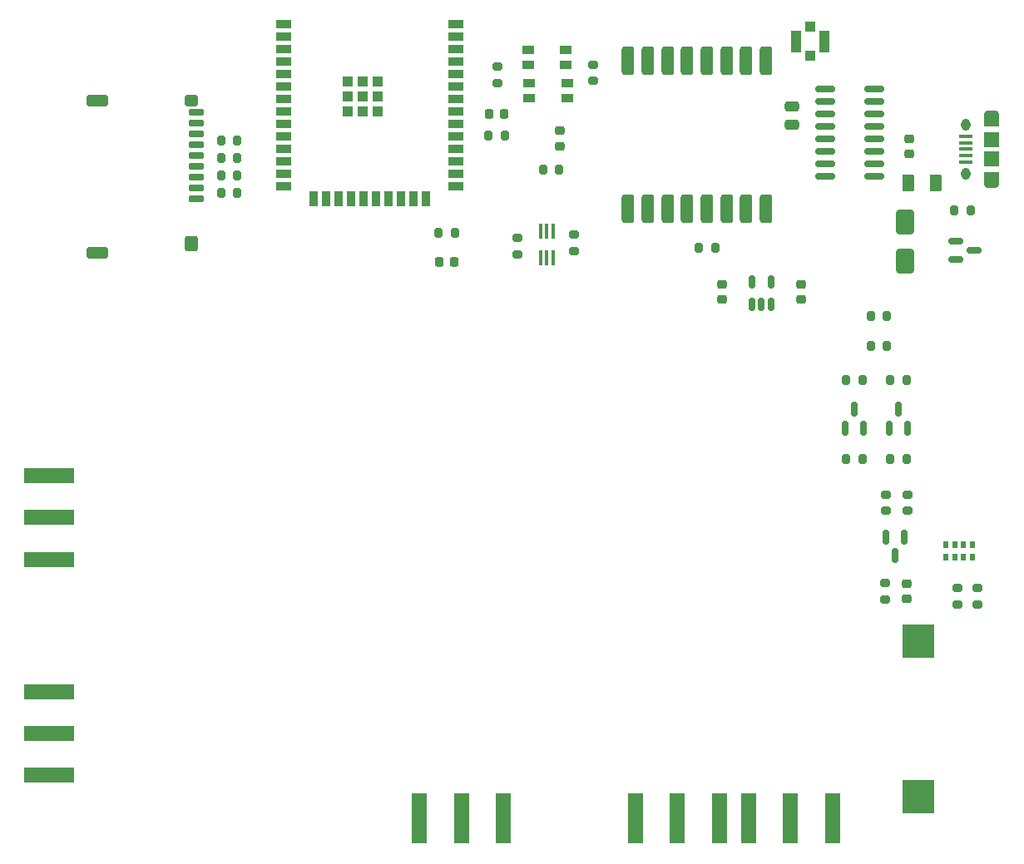
<source format=gtp>
G04 #@! TF.GenerationSoftware,KiCad,Pcbnew,7.0.5-7.0.5~ubuntu20.04.1*
G04 #@! TF.CreationDate,2023-10-09T18:00:39-03:00*
G04 #@! TF.ProjectId,Phecda_board,50686563-6461-45f6-926f-6172642e6b69,rev?*
G04 #@! TF.SameCoordinates,Original*
G04 #@! TF.FileFunction,Paste,Top*
G04 #@! TF.FilePolarity,Positive*
%FSLAX46Y46*%
G04 Gerber Fmt 4.6, Leading zero omitted, Abs format (unit mm)*
G04 Created by KiCad (PCBNEW 7.0.5-7.0.5~ubuntu20.04.1) date 2023-10-09 18:00:39*
%MOMM*%
%LPD*%
G01*
G04 APERTURE LIST*
G04 Aperture macros list*
%AMRoundRect*
0 Rectangle with rounded corners*
0 $1 Rounding radius*
0 $2 $3 $4 $5 $6 $7 $8 $9 X,Y pos of 4 corners*
0 Add a 4 corners polygon primitive as box body*
4,1,4,$2,$3,$4,$5,$6,$7,$8,$9,$2,$3,0*
0 Add four circle primitives for the rounded corners*
1,1,$1+$1,$2,$3*
1,1,$1+$1,$4,$5*
1,1,$1+$1,$6,$7*
1,1,$1+$1,$8,$9*
0 Add four rect primitives between the rounded corners*
20,1,$1+$1,$2,$3,$4,$5,0*
20,1,$1+$1,$4,$5,$6,$7,0*
20,1,$1+$1,$6,$7,$8,$9,0*
20,1,$1+$1,$8,$9,$2,$3,0*%
G04 Aperture macros list end*
%ADD10RoundRect,0.150000X0.150000X-0.587500X0.150000X0.587500X-0.150000X0.587500X-0.150000X-0.587500X0*%
%ADD11RoundRect,0.150000X-0.587500X-0.150000X0.587500X-0.150000X0.587500X0.150000X-0.587500X0.150000X0*%
%ADD12RoundRect,0.200000X0.275000X-0.200000X0.275000X0.200000X-0.275000X0.200000X-0.275000X-0.200000X0*%
%ADD13R,0.400000X1.500000*%
%ADD14R,3.300000X3.500000*%
%ADD15RoundRect,0.200000X0.200000X0.275000X-0.200000X0.275000X-0.200000X-0.275000X0.200000X-0.275000X0*%
%ADD16R,1.500000X5.080000*%
%ADD17RoundRect,0.200000X-0.200000X-0.275000X0.200000X-0.275000X0.200000X0.275000X-0.200000X0.275000X0*%
%ADD18RoundRect,0.200000X-0.275000X0.200000X-0.275000X-0.200000X0.275000X-0.200000X0.275000X0.200000X0*%
%ADD19R,5.080000X1.500000*%
%ADD20RoundRect,0.225000X-0.250000X0.225000X-0.250000X-0.225000X0.250000X-0.225000X0.250000X0.225000X0*%
%ADD21RoundRect,0.150000X0.150000X-0.512500X0.150000X0.512500X-0.150000X0.512500X-0.150000X-0.512500X0*%
%ADD22RoundRect,0.225000X0.250000X-0.225000X0.250000X0.225000X-0.250000X0.225000X-0.250000X-0.225000X0*%
%ADD23O,1.550000X0.890000*%
%ADD24O,0.950000X1.250000*%
%ADD25R,1.350000X0.400000*%
%ADD26R,1.550000X1.200000*%
%ADD27R,1.550000X1.500000*%
%ADD28RoundRect,0.250000X0.375000X0.625000X-0.375000X0.625000X-0.375000X-0.625000X0.375000X-0.625000X0*%
%ADD29RoundRect,0.218750X-0.218750X-0.256250X0.218750X-0.256250X0.218750X0.256250X-0.218750X0.256250X0*%
%ADD30RoundRect,0.250000X0.650000X-1.000000X0.650000X1.000000X-0.650000X1.000000X-0.650000X-1.000000X0*%
%ADD31R,1.250000X0.900000*%
%ADD32R,0.500000X0.800000*%
%ADD33RoundRect,0.150000X0.825000X0.150000X-0.825000X0.150000X-0.825000X-0.150000X0.825000X-0.150000X0*%
%ADD34RoundRect,0.150000X-0.150000X0.587500X-0.150000X-0.587500X0.150000X-0.587500X0.150000X0.587500X0*%
%ADD35RoundRect,0.225000X-0.225000X-0.250000X0.225000X-0.250000X0.225000X0.250000X-0.225000X0.250000X0*%
%ADD36R,1.500000X0.900000*%
%ADD37R,0.900000X1.500000*%
%ADD38R,1.050000X1.050000*%
%ADD39R,1.000000X1.000000*%
%ADD40R,1.050000X2.200000*%
%ADD41RoundRect,0.250000X0.475000X-0.250000X0.475000X0.250000X-0.475000X0.250000X-0.475000X-0.250000X0*%
%ADD42RoundRect,0.175000X0.625000X-0.175000X0.625000X0.175000X-0.625000X0.175000X-0.625000X-0.175000X0*%
%ADD43RoundRect,0.300000X0.400000X-0.300000X0.400000X0.300000X-0.400000X0.300000X-0.400000X-0.300000X0*%
%ADD44RoundRect,0.300000X0.800000X-0.300000X0.800000X0.300000X-0.800000X0.300000X-0.800000X-0.300000X0*%
%ADD45RoundRect,0.350000X0.350000X-0.450000X0.350000X0.450000X-0.350000X0.450000X-0.350000X-0.450000X0*%
%ADD46RoundRect,0.317500X0.317500X-1.157500X0.317500X1.157500X-0.317500X1.157500X-0.317500X-1.157500X0*%
G04 APERTURE END LIST*
D10*
X129050000Y-81375000D03*
X130950000Y-81375000D03*
X130000000Y-79500000D03*
D11*
X135825000Y-62350000D03*
X135825000Y-64250000D03*
X137700000Y-63300000D03*
D12*
X136000000Y-99325000D03*
X136000000Y-97675000D03*
D13*
X94850000Y-61370000D03*
X94200000Y-61370000D03*
X93550000Y-61370000D03*
X93550000Y-64030000D03*
X94200000Y-64030000D03*
X94850000Y-64030000D03*
D14*
X132000000Y-118900000D03*
X132000000Y-103100000D03*
D15*
X62695000Y-55643332D03*
X61045000Y-55643332D03*
D16*
X85500000Y-121137500D03*
X89750000Y-121137500D03*
X81250000Y-121137500D03*
D17*
X124675000Y-84500000D03*
X126325000Y-84500000D03*
D18*
X130900000Y-88175000D03*
X130900000Y-89825000D03*
D19*
X43562500Y-112500000D03*
X43562500Y-116750000D03*
X43562500Y-108250000D03*
D20*
X131100000Y-51925000D03*
X131100000Y-53475000D03*
D21*
X115100000Y-68775000D03*
X116050000Y-68775000D03*
X117000000Y-68775000D03*
X117000000Y-66500000D03*
X115100000Y-66500000D03*
D22*
X95500000Y-52667200D03*
X95500000Y-51117200D03*
D15*
X62695000Y-53866666D03*
X61045000Y-53866666D03*
X89925000Y-51600000D03*
X88275000Y-51600000D03*
D17*
X109675000Y-63000000D03*
X111325000Y-63000000D03*
X129175000Y-76500000D03*
X130825000Y-76500000D03*
D23*
X139500000Y-56500000D03*
D24*
X136800000Y-55500000D03*
X136800000Y-50500000D03*
D23*
X139500000Y-49500000D03*
D25*
X136800000Y-54300000D03*
X136800000Y-53650000D03*
X136800000Y-53000000D03*
X136800000Y-52350000D03*
X136800000Y-51700000D03*
D26*
X139500000Y-55900000D03*
D27*
X139500000Y-54000000D03*
X139500000Y-52000000D03*
D26*
X139500000Y-50100000D03*
D28*
X133800000Y-56400000D03*
X131000000Y-56400000D03*
D15*
X62695000Y-52090000D03*
X61045000Y-52090000D03*
D22*
X120050000Y-68275000D03*
X120050000Y-66725000D03*
D29*
X83212500Y-64500000D03*
X84787500Y-64500000D03*
D18*
X128600000Y-97175000D03*
X128600000Y-98825000D03*
D17*
X129175000Y-84500000D03*
X130825000Y-84500000D03*
D30*
X130700000Y-64400000D03*
X130700000Y-60400000D03*
D20*
X130800000Y-97225000D03*
X130800000Y-98775000D03*
D12*
X96980000Y-63365000D03*
X96980000Y-61715000D03*
D31*
X92300000Y-44400000D03*
X96150000Y-44400000D03*
X92300000Y-42900000D03*
X96150000Y-42900000D03*
D32*
X134800000Y-94500000D03*
X135700000Y-94500000D03*
X136600000Y-94500000D03*
X137500000Y-94500000D03*
X137500000Y-93300000D03*
X136600000Y-93300000D03*
X135700000Y-93300000D03*
X134800000Y-93300000D03*
D31*
X92400000Y-47800000D03*
X96250000Y-47800000D03*
X92400000Y-46300000D03*
X96250000Y-46300000D03*
D33*
X127500000Y-55750000D03*
X127500000Y-54480000D03*
X127500000Y-53210000D03*
X127500000Y-51940000D03*
X127500000Y-50670000D03*
X127500000Y-49400000D03*
X127500000Y-48130000D03*
X127500000Y-46860000D03*
X122550000Y-46860000D03*
X122550000Y-48130000D03*
X122550000Y-49400000D03*
X122550000Y-50670000D03*
X122550000Y-51940000D03*
X122550000Y-53210000D03*
X122550000Y-54480000D03*
X122550000Y-55750000D03*
D10*
X124550000Y-81375000D03*
X126450000Y-81375000D03*
X125500000Y-79500000D03*
D17*
X135675000Y-59200000D03*
X137325000Y-59200000D03*
D12*
X98900000Y-46050000D03*
X98900000Y-44400000D03*
X91200000Y-63695000D03*
X91200000Y-62045000D03*
D15*
X126325000Y-76500000D03*
X124675000Y-76500000D03*
D34*
X130587500Y-92462500D03*
X128687500Y-92462500D03*
X129637500Y-94337500D03*
D35*
X88325000Y-49400000D03*
X89875000Y-49400000D03*
D36*
X67405000Y-40300000D03*
X67405000Y-41570000D03*
X67405000Y-42840000D03*
X67405000Y-44110000D03*
X67405000Y-45380000D03*
X67405000Y-46650000D03*
X67405000Y-47920000D03*
X67405000Y-49190000D03*
X67405000Y-50460000D03*
X67405000Y-51730000D03*
X67405000Y-53000000D03*
X67405000Y-54270000D03*
X67405000Y-55540000D03*
X67405000Y-56810000D03*
D37*
X70445000Y-58060000D03*
X71715000Y-58060000D03*
X72985000Y-58060000D03*
X74255000Y-58060000D03*
X75525000Y-58060000D03*
X76795000Y-58060000D03*
X78065000Y-58060000D03*
X79335000Y-58060000D03*
X80605000Y-58060000D03*
X81875000Y-58060000D03*
D36*
X84905000Y-56810000D03*
X84905000Y-55540000D03*
X84905000Y-54270000D03*
X84905000Y-53000000D03*
X84905000Y-51730000D03*
X84905000Y-50460000D03*
X84905000Y-49190000D03*
X84905000Y-47920000D03*
X84905000Y-46650000D03*
X84905000Y-45380000D03*
X84905000Y-44110000D03*
X84905000Y-42840000D03*
X84905000Y-41570000D03*
X84905000Y-40300000D03*
D38*
X73950000Y-46115000D03*
X73950000Y-47640000D03*
X73950000Y-49165000D03*
X75475000Y-46115000D03*
X75475000Y-47640000D03*
X75475000Y-49165000D03*
X77000000Y-46115000D03*
X77000000Y-47640000D03*
X77000000Y-49165000D03*
D16*
X119000000Y-121137500D03*
X123250000Y-121137500D03*
X114750000Y-121137500D03*
D20*
X112050000Y-66725000D03*
X112050000Y-68275000D03*
D19*
X43562500Y-90500000D03*
X43562500Y-94750000D03*
X43562500Y-86250000D03*
D39*
X121000000Y-43500000D03*
D40*
X119525000Y-42000000D03*
D39*
X121000000Y-40500000D03*
D40*
X122475000Y-42000000D03*
D17*
X83175000Y-61500000D03*
X84825000Y-61500000D03*
X127175000Y-70000000D03*
X128825000Y-70000000D03*
D12*
X89200000Y-46250000D03*
X89200000Y-44600000D03*
D17*
X93825000Y-55050000D03*
X95475000Y-55050000D03*
D41*
X119150000Y-50520000D03*
X119150000Y-48620000D03*
D15*
X62695000Y-57420000D03*
X61045000Y-57420000D03*
D42*
X58530000Y-58010000D03*
X58530000Y-56910000D03*
X58530000Y-55810000D03*
X58530000Y-54710000D03*
X58530000Y-53610000D03*
X58530000Y-52510000D03*
X58530000Y-51410000D03*
X58530000Y-50310000D03*
X58530000Y-49210000D03*
D43*
X58030000Y-48010000D03*
D44*
X48430000Y-48010000D03*
D45*
X58030000Y-62610000D03*
D44*
X48430000Y-63510000D03*
D16*
X107500000Y-121137500D03*
X111750000Y-121137500D03*
X103250000Y-121137500D03*
D46*
X102500000Y-59025000D03*
X104500000Y-59025000D03*
X106500000Y-59025000D03*
X108500000Y-59025000D03*
X110500000Y-59025000D03*
X112500000Y-59025000D03*
X114500000Y-59025000D03*
X116500000Y-59025000D03*
X116500000Y-43975000D03*
X114500000Y-43975000D03*
X112500000Y-43975000D03*
X110500000Y-43975000D03*
X108500000Y-43975000D03*
X106500000Y-43975000D03*
X104500000Y-43975000D03*
X102500000Y-43975000D03*
D12*
X138000000Y-99325000D03*
X138000000Y-97675000D03*
D18*
X128700000Y-88175000D03*
X128700000Y-89825000D03*
D15*
X128825000Y-73000000D03*
X127175000Y-73000000D03*
M02*

</source>
